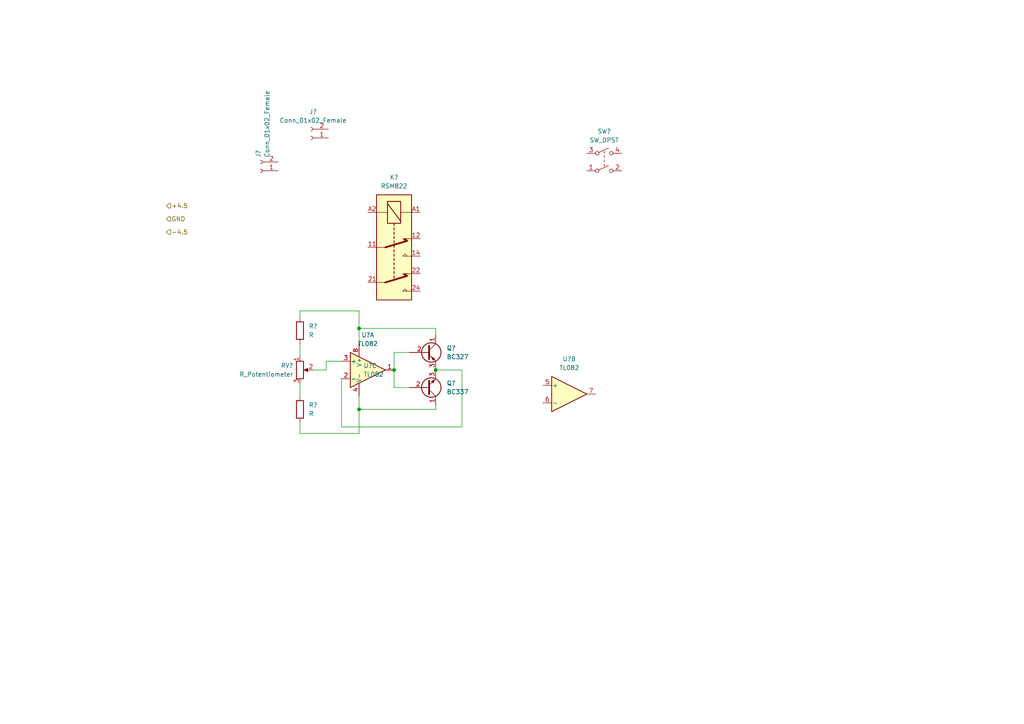
<source format=kicad_sch>
(kicad_sch (version 20211123) (generator eeschema)
  (paper "A4")
  (lib_symbols
    (symbol "Amplifier_Operational:TL082" (pin_names (offset 0.127))
      (property "Reference" "U" (at 0 5.08 0))
      (property "Value" "TL082" (at 0 -5.08 0))
      (symbol "TL082_1_1"
        (polyline (pts (xy -5.08 5.08) (xy 5.08 0) (xy -5.08 -5.08) (xy -5.08 5.08)) (stroke (width 0.254)) (fill (type background)))
        (pin output line (at 7.62 0 180) (length 2.54) (name "~") (number "1"))
        (pin input line (at -7.62 -2.54 0) (length 2.54) (name "-") (number "2"))
        (pin input line (at -7.62 2.54 0) (length 2.54) (name "+") (number "3"))
      )
      (symbol "TL082_2_1"
        (polyline (pts (xy -5.08 5.08) (xy 5.08 0) (xy -5.08 -5.08) (xy -5.08 5.08)) (stroke (width 0.254)) (fill (type background)))
        (pin input line (at -7.62 2.54 0) (length 2.54) (name "+") (number "5"))
        (pin input line (at -7.62 -2.54 0) (length 2.54) (name "-") (number "6"))
        (pin output line (at 7.62 0 180) (length 2.54) (name "~") (number "7"))
      )
      (symbol "TL082_3_1"
        (pin power_in line (at -2.54 -7.62 90) (length 3.81) (name "V-") (number "4"))
        (pin power_in line (at -2.54 7.62 270) (length 3.81) (name "V+") (number "8"))
      )
    )
    (symbol "Connector:Conn_01x02_Female" (pin_names (offset 1.016) hide)
      (property "Reference" "J" (at 0 2.54 0))
      (property "Value" "Conn_01x02_Female" (at 0 -5.08 0))
      (symbol "Conn_01x02_Female_1_1"
        (arc (start 0 -2.032) (mid -0.508 -2.54) (end 0 -3.048) (stroke (width 0.1524)))
        (polyline (pts (xy -1.27 -2.54) (xy -0.508 -2.54)) (stroke (width 0.1524)))
        (polyline (pts (xy -1.27 0) (xy -0.508 0)) (stroke (width 0.1524)))
        (arc (start 0 0.508) (mid -0.508 0) (end 0 -0.508) (stroke (width 0.1524)))
        (pin passive line (at -5.08 0 0) (length 3.81) (name "Pin_1") (number "1"))
        (pin passive line (at -5.08 -2.54 0) (length 3.81) (name "Pin_2") (number "2"))
      )
    )
    (symbol "Device:R" (pin_numbers hide) (pin_names (offset 0))
      (property "Reference" "R" (at 2.032 0 90))
      (property "Value" "R" (at 0 0 90))
      (symbol "R_0_1"
        (rectangle (start -1.016 -2.54) (end 1.016 2.54) (stroke (width 0.254)))
      )
      (symbol "R_1_1"
        (pin passive line (at 0 3.81 270) (length 1.27) (name "~") (number "1"))
        (pin passive line (at 0 -3.81 90) (length 1.27) (name "~") (number "2"))
      )
    )
    (symbol "Device:R_Potentiometer" (pin_names (offset 1.016) hide)
      (property "Reference" "RV" (at -4.445 0 90))
      (property "Value" "R_Potentiometer" (at -2.54 0 90))
      (symbol "R_Potentiometer_0_1"
        (polyline (pts (xy 2.54 0) (xy 1.524 0)))
        (polyline (pts (xy 1.143 0) (xy 2.286 0.508) (xy 2.286 -0.508) (xy 1.143 0)) (fill (type outline)))
        (rectangle (start 1.016 2.54) (end -1.016 -2.54) (stroke (width 0.254)))
      )
      (symbol "R_Potentiometer_1_1"
        (pin passive line (at 0 3.81 270) (length 1.27) (name "1") (number "1"))
        (pin passive line (at 3.81 0 180) (length 1.27) (name "2") (number "2"))
        (pin passive line (at 0 -3.81 90) (length 1.27) (name "3") (number "3"))
      )
    )
    (symbol "Relay:RSM822"
      (property "Reference" "K" (at 16.51 3.81 0))
      (property "Value" "RSM822" (at 16.51 1.27 0))
      (symbol "RSM822_0_1"
        (rectangle (start -15.24 5.08) (end 15.24 -5.08) (stroke (width 0.254)) (fill (type background)))
        (rectangle (start -13.335 1.905) (end -6.985 -1.905) (stroke (width 0.254)))
        (polyline (pts (xy -12.7 -1.905) (xy -7.62 1.905)) (stroke (width 0.254)))
        (polyline (pts (xy -10.16 -5.08) (xy -10.16 -1.905)))
        (polyline (pts (xy -10.16 5.08) (xy -10.16 1.905)))
        (polyline (pts (xy -6.985 0) (xy -6.35 0)) (stroke (width 0.254)))
        (polyline (pts (xy -5.715 0) (xy -5.08 0)) (stroke (width 0.254)))
        (polyline (pts (xy -4.445 0) (xy -3.81 0)) (stroke (width 0.254)))
        (polyline (pts (xy -3.175 0) (xy -2.54 0)) (stroke (width 0.254)))
        (polyline (pts (xy -1.905 0) (xy -1.27 0)) (stroke (width 0.254)))
        (polyline (pts (xy -0.635 0) (xy 0 0)) (stroke (width 0.254)))
        (polyline (pts (xy 0 -2.54) (xy -1.905 3.81)) (stroke (width 0.508)))
        (polyline (pts (xy 0 -2.54) (xy 0 -5.08)))
        (polyline (pts (xy 0.635 0) (xy 1.27 0)) (stroke (width 0.254)))
        (polyline (pts (xy 1.905 0) (xy 2.54 0)) (stroke (width 0.254)))
        (polyline (pts (xy 3.175 0) (xy 3.81 0)) (stroke (width 0.254)))
        (polyline (pts (xy 4.445 0) (xy 5.08 0)) (stroke (width 0.254)))
        (polyline (pts (xy 5.715 0) (xy 6.35 0)) (stroke (width 0.254)))
        (polyline (pts (xy 6.985 0) (xy 7.62 0)) (stroke (width 0.254)))
        (polyline (pts (xy 8.255 0) (xy 8.89 0)) (stroke (width 0.254)))
        (polyline (pts (xy 10.16 -2.54) (xy 8.255 3.81)) (stroke (width 0.508)))
        (polyline (pts (xy 10.16 -2.54) (xy 10.16 -5.08)))
        (polyline (pts (xy -2.54 5.08) (xy -2.54 2.54) (xy -1.905 3.175) (xy -2.54 3.81)) (fill (type outline)))
        (polyline (pts (xy 2.54 5.08) (xy 2.54 2.54) (xy 1.905 3.175) (xy 2.54 3.81)))
        (polyline (pts (xy 7.62 5.08) (xy 7.62 2.54) (xy 8.255 3.175) (xy 7.62 3.81)) (fill (type outline)))
        (polyline (pts (xy 12.7 5.08) (xy 12.7 2.54) (xy 12.065 3.175) (xy 12.7 3.81)))
      )
      (symbol "RSM822_1_1"
        (pin passive line (at 0 -7.62 90) (length 2.54) (name "~") (number "11"))
        (pin passive line (at -2.54 7.62 270) (length 2.54) (name "~") (number "12"))
        (pin passive line (at 2.54 7.62 270) (length 2.54) (name "~") (number "14"))
        (pin passive line (at 10.16 -7.62 90) (length 2.54) (name "~") (number "21"))
        (pin passive line (at 7.62 7.62 270) (length 2.54) (name "~") (number "22"))
        (pin passive line (at 12.7 7.62 270) (length 2.54) (name "~") (number "24"))
        (pin passive line (at -10.16 7.62 270) (length 2.54) (name "~") (number "A1"))
        (pin passive line (at -10.16 -7.62 90) (length 2.54) (name "~") (number "A2"))
      )
    )
    (symbol "Switch:SW_DPST" (pin_names (offset 0) hide)
      (property "Reference" "SW" (at 0 5.08 0))
      (property "Value" "SW_DPST" (at 0 -5.08 0))
      (symbol "SW_DPST_0_0"
        (circle (center -2.032 -2.54) (radius 0.508))
        (circle (center -2.032 2.54) (radius 0.508))
        (polyline (pts (xy -1.524 -2.286) (xy 1.27 -1.016)))
        (polyline (pts (xy -1.524 2.794) (xy 1.27 4.064)))
        (polyline (pts (xy 0 -1.27) (xy 0 -0.635)))
        (polyline (pts (xy 0 0) (xy 0 0.635)))
        (polyline (pts (xy 0 1.27) (xy 0 1.905)))
        (polyline (pts (xy 0 2.54) (xy 0 3.175)))
        (circle (center 2.032 -2.54) (radius 0.508))
        (circle (center 2.032 2.54) (radius 0.508))
      )
      (symbol "SW_DPST_1_1"
        (pin passive line (at -5.08 -2.54 0) (length 2.54) (name "1") (number "1"))
        (pin passive line (at 5.08 -2.54 180) (length 2.54) (name "2") (number "2"))
        (pin passive line (at -5.08 2.54 0) (length 2.54) (name "3") (number "3"))
        (pin passive line (at 5.08 2.54 180) (length 2.54) (name "4") (number "4"))
      )
    )
    (symbol "Transistor_BJT:BC327" (pin_names (offset 0) hide)
      (property "Reference" "Q" (at 5.08 1.905 0))
      (property "Value" "BC327" (at 5.08 0 0))
      (symbol "BC327_0_1"
        (polyline (pts (xy 0.635 0.635) (xy 2.54 2.54)))
        (polyline (pts (xy 0.635 -0.635) (xy 2.54 -2.54) (xy 2.54 -2.54)))
        (polyline (pts (xy 0.635 1.905) (xy 0.635 -1.905) (xy 0.635 -1.905)) (stroke (width 0.508)))
        (polyline (pts (xy 2.286 -1.778) (xy 1.778 -2.286) (xy 1.27 -1.27) (xy 2.286 -1.778) (xy 2.286 -1.778)) (fill (type outline)))
        (circle (center 1.27 0) (radius 2.8194) (stroke (width 0.254)))
      )
      (symbol "BC327_1_1"
        (pin passive line (at 2.54 5.08 270) (length 2.54) (name "C") (number "1"))
        (pin input line (at -5.08 0 0) (length 5.715) (name "B") (number "2"))
        (pin passive line (at 2.54 -5.08 90) (length 2.54) (name "E") (number "3"))
      )
    )
    (symbol "Transistor_BJT:BC337" (pin_names (offset 0) hide)
      (property "Reference" "Q" (at 5.08 1.905 0))
      (property "Value" "BC337" (at 5.08 0 0))
      (symbol "BC337_0_1"
        (polyline (pts (xy 0 0) (xy 0.635 0)))
        (polyline (pts (xy 0.635 0.635) (xy 2.54 2.54)))
        (polyline (pts (xy 0.635 -0.635) (xy 2.54 -2.54) (xy 2.54 -2.54)))
        (polyline (pts (xy 0.635 1.905) (xy 0.635 -1.905) (xy 0.635 -1.905)) (stroke (width 0.508)))
        (polyline (pts (xy 1.27 -1.778) (xy 1.778 -1.27) (xy 2.286 -2.286) (xy 1.27 -1.778) (xy 1.27 -1.778)) (fill (type outline)))
        (circle (center 1.27 0) (radius 2.8194) (stroke (width 0.254)))
      )
      (symbol "BC337_1_1"
        (pin passive line (at 2.54 5.08 270) (length 2.54) (name "C") (number "1"))
        (pin input line (at -5.08 0 0) (length 5.08) (name "B") (number "2"))
        (pin passive line (at 2.54 -5.08 90) (length 2.54) (name "E") (number "3"))
      )
    )
  )
  (junction (at 104.14 118.745))
  (junction (at 126.365 107.315))
  (junction (at 104.14 95.25))
  (junction (at 114.3 107.315))
  (wire (pts (xy 94.615 104.775) (xy 99.06 104.775)))
  (wire (pts (xy 104.14 95.25) (xy 104.14 99.695)))
  (wire (pts (xy 99.06 123.825) (xy 133.985 123.825)))
  (wire (pts (xy 94.615 107.315) (xy 94.615 104.775)))
  (wire (pts (xy 86.995 90.17) (xy 104.14 90.17)))
  (wire (pts (xy 126.365 118.745) (xy 126.365 117.475)))
  (wire (pts (xy 114.3 107.315) (xy 114.3 112.395)))
  (wire (pts (xy 133.985 107.315) (xy 133.985 123.825)))
  (wire (pts (xy 126.365 95.25) (xy 104.14 95.25)))
  (wire (pts (xy 114.3 102.235) (xy 114.3 107.315)))
  (wire (pts (xy 118.745 102.235) (xy 114.3 102.235)))
  (wire (pts (xy 126.365 97.155) (xy 126.365 95.25)))
  (wire (pts (xy 86.995 122.555) (xy 86.995 125.73)))
  (wire (pts (xy 104.14 125.73) (xy 104.14 118.745)))
  (wire (pts (xy 104.14 118.745) (xy 126.365 118.745)))
  (wire (pts (xy 104.14 114.935) (xy 104.14 118.745)))
  (wire (pts (xy 86.995 111.125) (xy 86.995 114.935)))
  (wire (pts (xy 86.995 125.73) (xy 104.14 125.73)))
  (wire (pts (xy 99.06 109.855) (xy 99.06 123.825)))
  (wire (pts (xy 90.805 107.315) (xy 94.615 107.315)))
  (wire (pts (xy 104.14 90.17) (xy 104.14 95.25)))
  (wire (pts (xy 133.985 107.315) (xy 126.365 107.315)))
  (wire (pts (xy 114.3 112.395) (xy 118.745 112.395)))
  (wire (pts (xy 86.995 92.075) (xy 86.995 90.17)))
  (wire (pts (xy 86.995 99.695) (xy 86.995 103.505)))
  (hierarchical_label "-4.5" (shape input) (at 48.26 67.31 0))
  (hierarchical_label "+4.5" (shape input) (at 48.26 59.69 0))
  (hierarchical_label "GND" (shape input) (at 48.26 63.5 0))
  (symbol (lib_id "Amplifier_Operational:TL082") (at 106.68 107.315 0) (unit 1)
    (property "Reference" "U?" (at 106.68 97.155 0))
    (property "Value" "TL082" (at 106.68 99.695 0))
    (property "Datasheet" "http://www.ti.com/lit/ds/symlink/tl081.pdf" (effects hide))
  )
  (symbol (lib_id "Transistor_BJT:BC337") (at 123.825 112.395 0) (mirror x) (unit 1)
    (property "Reference" "Q?" (at 129.54 111.1249 0) (effects (justify left)))
    (property "Value" "BC337" (at 129.54 113.6649 0) (effects (justify left)))
    (property "Footprint" "Package_TO_SOT_THT:TO-92_Inline" (effects hide))
    (property "Datasheet" "https://diotec.com/tl_files/diotec/files/pdf/datasheets/bc337.pdf" (effects hide))
  )
  (symbol (lib_id "Amplifier_Operational:TL082") (at 165.1 114.3 0) (unit 2)
    (property "Reference" "U?" (at 165.1 104.14 0))
    (property "Value" "TL082" (at 165.1 106.68 0))
    (property "Datasheet" "http://www.ti.com/lit/ds/symlink/tl081.pdf" (effects hide))
  )
  (symbol (lib_id "Switch:SW_DPST") (at 175.26 46.99 0) (unit 1)
    (property "Reference" "SW?" (at 175.26 38.1 0))
    (property "Value" "SW_DPST" (at 175.26 40.64 0))
  )
  (symbol (lib_id "Device:R") (at 86.995 118.745 0) (unit 1)
    (property "Reference" "R?" (at 89.535 117.4749 0) (effects (justify left)))
    (property "Value" "R" (at 89.535 120.0149 0) (effects (justify left)))
  )
  (symbol (lib_id "Transistor_BJT:BC327") (at 123.825 102.235 0) (unit 1)
    (property "Reference" "Q?" (at 129.54 100.9649 0) (effects (justify left)))
    (property "Value" "BC327" (at 129.54 103.5049 0) (effects (justify left)))
    (property "Footprint" "Package_TO_SOT_THT:TO-92_Inline" (effects hide))
    (property "Datasheet" "http://www.onsemi.com/pub_link/Collateral/BC327-D.PDF" (effects hide))
  )
  (symbol (lib_id "Connector:Conn_01x02_Female") (at 75.565 49.53 180) (unit 1)
    (property "Reference" "J?" (at 74.9299 45.72 90) (effects (justify right)))
    (property "Value" "Conn_01x02_Female" (at 77.4699 45.72 90) (effects (justify right)))
  )
  (symbol (lib_id "Connector:Conn_01x02_Female") (at 90.17 40.005 180) (unit 1)
    (property "Reference" "J?" (at 90.805 32.385 0))
    (property "Value" "Conn_01x02_Female" (at 90.805 34.925 0))
  )
  (symbol (lib_id "Amplifier_Operational:TL082") (at 106.68 107.315 0) (unit 3)
    (property "Reference" "U?" (at 105.41 106.0449 0) (effects (justify left)))
    (property "Value" "TL082" (at 105.41 108.5849 0) (effects (justify left)))
    (property "Datasheet" "http://www.ti.com/lit/ds/symlink/tl081.pdf" (effects hide))
  )
  (symbol (lib_id "Device:R_Potentiometer") (at 86.995 107.315 0) (unit 1)
    (property "Reference" "RV?" (at 85.09 106.0449 0) (effects (justify right)))
    (property "Value" "R_Potentiometer" (at 85.09 108.5849 0) (effects (justify right)))
  )
  (symbol (lib_id "Device:R") (at 86.995 95.885 0) (unit 1)
    (property "Reference" "R?" (at 89.535 94.6149 0) (effects (justify left)))
    (property "Value" "R" (at 89.535 97.1549 0) (effects (justify left)))
  )
  (symbol (lib_id "Relay:RSM822") (at 114.3 71.755 270) (unit 1)
    (property "Reference" "K?" (at 114.3 51.435 90))
    (property "Value" "RSM822" (at 114.3 53.975 90))
    (property "Footprint" "Relay_THT:Relay_DPDT_Finder_40.52" (effects hide))
    (property "Datasheet" "http://www.relpol.pl/en/content/download/14975/202519/file/e_RSM822.pdf" (effects hide))
  )
)
</source>
